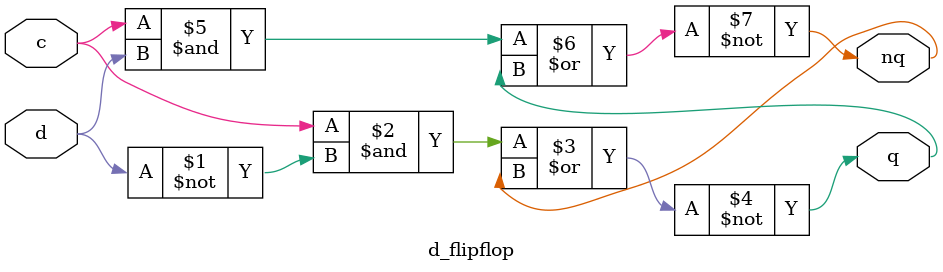
<source format=v>
`timescale 1ns / 1ps
module d_flipflop(
    input d, c,
    output q, nq
    );
assign q = ~((c&~d)|nq);
assign nq = ~((c&d)|q);
endmodule

</source>
